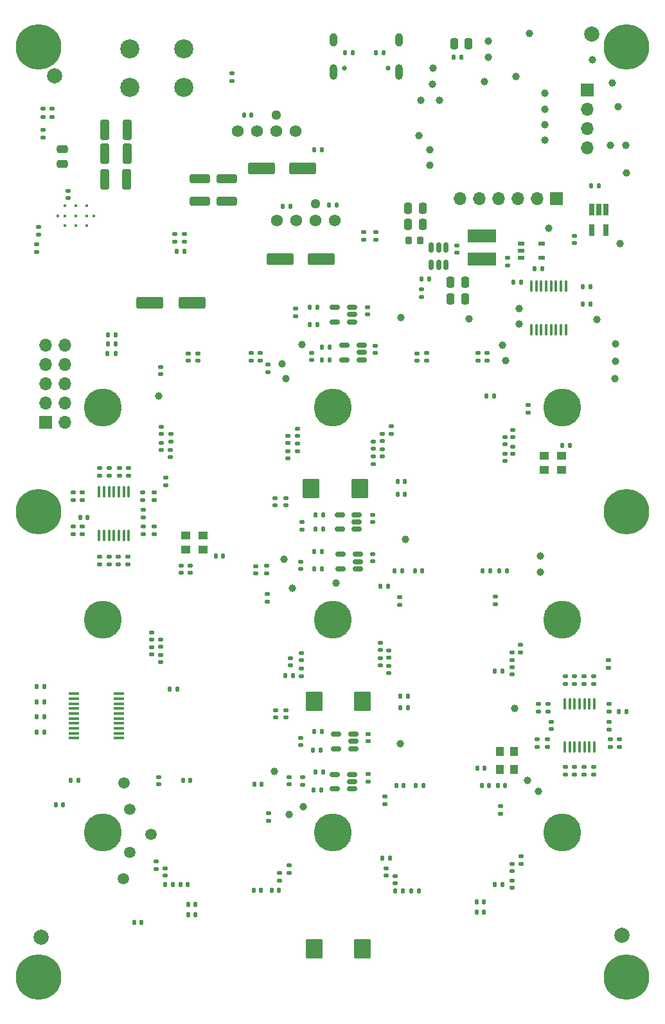
<source format=gbr>
%TF.GenerationSoftware,KiCad,Pcbnew,8.0.4*%
%TF.CreationDate,2024-08-30T10:45:38+02:00*%
%TF.ProjectId,bitaxeHex,62697461-7865-4486-9578-2e6b69636164,701*%
%TF.SameCoordinates,Original*%
%TF.FileFunction,Soldermask,Bot*%
%TF.FilePolarity,Negative*%
%FSLAX46Y46*%
G04 Gerber Fmt 4.6, Leading zero omitted, Abs format (unit mm)*
G04 Created by KiCad (PCBNEW 8.0.4) date 2024-08-30 10:45:38*
%MOMM*%
%LPD*%
G01*
G04 APERTURE LIST*
G04 Aperture macros list*
%AMRoundRect*
0 Rectangle with rounded corners*
0 $1 Rounding radius*
0 $2 $3 $4 $5 $6 $7 $8 $9 X,Y pos of 4 corners*
0 Add a 4 corners polygon primitive as box body*
4,1,4,$2,$3,$4,$5,$6,$7,$8,$9,$2,$3,0*
0 Add four circle primitives for the rounded corners*
1,1,$1+$1,$2,$3*
1,1,$1+$1,$4,$5*
1,1,$1+$1,$6,$7*
1,1,$1+$1,$8,$9*
0 Add four rect primitives between the rounded corners*
20,1,$1+$1,$2,$3,$4,$5,0*
20,1,$1+$1,$4,$5,$6,$7,0*
20,1,$1+$1,$6,$7,$8,$9,0*
20,1,$1+$1,$8,$9,$2,$3,0*%
G04 Aperture macros list end*
%ADD10C,0.990600*%
%ADD11C,0.800000*%
%ADD12C,6.000000*%
%ADD13C,2.520000*%
%ADD14C,1.295400*%
%ADD15C,1.574800*%
%ADD16C,5.000000*%
%ADD17R,1.700000X1.700000*%
%ADD18O,1.700000X1.700000*%
%ADD19C,0.400000*%
%ADD20C,0.650000*%
%ADD21O,1.000000X2.100000*%
%ADD22O,1.000000X1.800000*%
%ADD23RoundRect,0.140000X-0.170000X0.140000X-0.170000X-0.140000X0.170000X-0.140000X0.170000X0.140000X0*%
%ADD24C,1.000000*%
%ADD25RoundRect,0.140000X0.170000X-0.140000X0.170000X0.140000X-0.170000X0.140000X-0.170000X-0.140000X0*%
%ADD26RoundRect,0.140000X0.140000X0.170000X-0.140000X0.170000X-0.140000X-0.170000X0.140000X-0.170000X0*%
%ADD27RoundRect,0.135000X0.185000X-0.135000X0.185000X0.135000X-0.185000X0.135000X-0.185000X-0.135000X0*%
%ADD28RoundRect,0.250000X0.250000X0.475000X-0.250000X0.475000X-0.250000X-0.475000X0.250000X-0.475000X0*%
%ADD29RoundRect,0.250000X-0.875000X-1.025000X0.875000X-1.025000X0.875000X1.025000X-0.875000X1.025000X0*%
%ADD30RoundRect,0.150000X0.512500X0.150000X-0.512500X0.150000X-0.512500X-0.150000X0.512500X-0.150000X0*%
%ADD31RoundRect,0.135000X-0.135000X-0.185000X0.135000X-0.185000X0.135000X0.185000X-0.135000X0.185000X0*%
%ADD32RoundRect,0.250000X-0.475000X0.250000X-0.475000X-0.250000X0.475000X-0.250000X0.475000X0.250000X0*%
%ADD33R,0.650000X1.560000*%
%ADD34RoundRect,0.135000X-0.185000X0.135000X-0.185000X-0.135000X0.185000X-0.135000X0.185000X0.135000X0*%
%ADD35RoundRect,0.140000X-0.140000X-0.170000X0.140000X-0.170000X0.140000X0.170000X-0.140000X0.170000X0*%
%ADD36RoundRect,0.135000X0.135000X0.185000X-0.135000X0.185000X-0.135000X-0.185000X0.135000X-0.185000X0*%
%ADD37RoundRect,0.250000X1.100000X-0.325000X1.100000X0.325000X-1.100000X0.325000X-1.100000X-0.325000X0*%
%ADD38C,1.500000*%
%ADD39RoundRect,0.100000X0.100000X-0.637500X0.100000X0.637500X-0.100000X0.637500X-0.100000X-0.637500X0*%
%ADD40R,1.384300X0.355600*%
%ADD41RoundRect,0.250000X-0.325000X-1.100000X0.325000X-1.100000X0.325000X1.100000X-0.325000X1.100000X0*%
%ADD42C,2.000000*%
%ADD43R,0.952500X0.558800*%
%ADD44RoundRect,0.250000X1.500000X0.550000X-1.500000X0.550000X-1.500000X-0.550000X1.500000X-0.550000X0*%
%ADD45RoundRect,0.150000X0.150000X-0.512500X0.150000X0.512500X-0.150000X0.512500X-0.150000X-0.512500X0*%
%ADD46R,1.300000X1.100000*%
%ADD47RoundRect,0.250000X-0.250000X-0.475000X0.250000X-0.475000X0.250000X0.475000X-0.250000X0.475000X0*%
%ADD48R,1.100000X1.300000*%
%ADD49R,3.700000X1.680000*%
%ADD50RoundRect,0.225000X-0.225000X-0.250000X0.225000X-0.250000X0.225000X0.250000X-0.225000X0.250000X0*%
G04 APERTURE END LIST*
D10*
%TO.C,J4*%
X129900000Y-57360000D03*
X130916000Y-62440000D03*
X128884000Y-62440000D03*
%TD*%
D11*
%TO.C,H1*%
X51250000Y-49500000D03*
X51909010Y-47909010D03*
X51909010Y-51090990D03*
X53500000Y-47250000D03*
D12*
X53500000Y-49500000D03*
D11*
X53500000Y-51750000D03*
X55090990Y-47909010D03*
X55090990Y-51090990D03*
X55750000Y-49500000D03*
%TD*%
D13*
%TO.C,J1*%
X65500000Y-54864000D03*
X65500000Y-49784000D03*
%TD*%
D14*
%TO.C,J8*%
X84780000Y-58489999D03*
D15*
X79700000Y-60650000D03*
X82240000Y-60650000D03*
X84780000Y-60650000D03*
X87320000Y-60650000D03*
%TD*%
D16*
%TO.C,H13*%
X92250000Y-97000000D03*
%TD*%
D11*
%TO.C,H4*%
X128750000Y-172000000D03*
X129409010Y-170409010D03*
X129409010Y-173590990D03*
X131000000Y-169750000D03*
D12*
X131000000Y-172000000D03*
D11*
X131000000Y-174250000D03*
X132590990Y-170409010D03*
X132590990Y-173590990D03*
X133250000Y-172000000D03*
%TD*%
D16*
%TO.C,H15*%
X92250000Y-153000000D03*
%TD*%
D17*
%TO.C,J6*%
X121760000Y-69500000D03*
D18*
X119220000Y-69500000D03*
X116680000Y-69500000D03*
X114140000Y-69500000D03*
X111600000Y-69500000D03*
X109060000Y-69500000D03*
%TD*%
D14*
%TO.C,J9*%
X89990000Y-70214999D03*
D15*
X84910000Y-72375000D03*
X87450000Y-72375000D03*
X89990000Y-72375000D03*
X92530000Y-72375000D03*
%TD*%
D16*
%TO.C,H14*%
X92250000Y-125000000D03*
%TD*%
%TO.C,H10*%
X122500000Y-125000000D03*
%TD*%
%TO.C,H9*%
X62000000Y-125000000D03*
%TD*%
D19*
%TO.C,U3*%
X57000000Y-73030000D03*
X58400000Y-73030000D03*
X59800000Y-73030000D03*
X56000000Y-71750000D03*
X57000000Y-71750000D03*
X58400000Y-71750000D03*
X59800000Y-71750000D03*
X60800000Y-71750000D03*
X57000000Y-70470000D03*
X58400000Y-70470000D03*
X59800000Y-70470000D03*
%TD*%
D16*
%TO.C,H12*%
X122500000Y-153000000D03*
%TD*%
%TO.C,H8*%
X122500000Y-97000000D03*
%TD*%
%TO.C,H7*%
X62000000Y-97000000D03*
%TD*%
D17*
%TO.C,J5*%
X125800000Y-55200000D03*
D18*
X125800000Y-57740000D03*
X125800000Y-60280000D03*
X125800000Y-62820000D03*
%TD*%
D11*
%TO.C,H5*%
X51250000Y-110750000D03*
X51909010Y-109159010D03*
X51909010Y-112340990D03*
X53500000Y-108500000D03*
D12*
X53500000Y-110750000D03*
D11*
X53500000Y-113000000D03*
X55090990Y-109159010D03*
X55090990Y-112340990D03*
X55750000Y-110750000D03*
%TD*%
D20*
%TO.C,J7*%
X99560000Y-52300000D03*
X93780000Y-52300000D03*
D21*
X100990000Y-52800000D03*
D22*
X100990000Y-48620000D03*
D21*
X92350000Y-52800000D03*
D22*
X92350000Y-48620000D03*
%TD*%
D11*
%TO.C,H2*%
X128750000Y-49500000D03*
X129409010Y-47909010D03*
X129409010Y-51090990D03*
X131000000Y-47250000D03*
D12*
X131000000Y-49500000D03*
D11*
X131000000Y-51750000D03*
X132590990Y-47909010D03*
X132590990Y-51090990D03*
X133250000Y-49500000D03*
%TD*%
%TO.C,H3*%
X51250000Y-172000000D03*
X51909010Y-170409010D03*
X51909010Y-173590990D03*
X53500000Y-169750000D03*
D12*
X53500000Y-172000000D03*
D11*
X53500000Y-174250000D03*
X55090990Y-170409010D03*
X55090990Y-173590990D03*
X55750000Y-172000000D03*
%TD*%
D16*
%TO.C,H11*%
X62000000Y-153000000D03*
%TD*%
D11*
%TO.C,H6*%
X128750000Y-110750000D03*
X129409010Y-109159010D03*
X129409010Y-112340990D03*
X131000000Y-108500000D03*
D12*
X131000000Y-110750000D03*
D11*
X131000000Y-113000000D03*
X132590990Y-109159010D03*
X132590990Y-112340990D03*
X133250000Y-110750000D03*
%TD*%
D13*
%TO.C,J2*%
X72644000Y-54864000D03*
X72644000Y-49784000D03*
%TD*%
D23*
%TO.C,C12*%
X108600000Y-75670000D03*
X108600000Y-76630000D03*
%TD*%
D24*
%TO.C,TP40*%
X69325000Y-95475000D03*
%TD*%
D25*
%TO.C,C57*%
X98825000Y-103450000D03*
X98825000Y-102490000D03*
%TD*%
%TO.C,C50*%
X97837500Y-89855000D03*
X97837500Y-88895000D03*
%TD*%
D24*
%TO.C,TP12*%
X105450000Y-52350000D03*
%TD*%
D23*
%TO.C,C155*%
X101050000Y-122020000D03*
X101050000Y-122980000D03*
%TD*%
D25*
%TO.C,C113*%
X72300000Y-118780000D03*
X72300000Y-117820000D03*
%TD*%
D26*
%TO.C,C44*%
X81505000Y-58475000D03*
X80545000Y-58475000D03*
%TD*%
D25*
%TO.C,C107*%
X69590000Y-130550000D03*
X69590000Y-129590000D03*
%TD*%
D24*
%TO.C,TP51*%
X119400000Y-147600000D03*
%TD*%
D27*
%TO.C,R20*%
X97950000Y-74935000D03*
X97950000Y-73915000D03*
%TD*%
D28*
%TO.C,C18*%
X109700000Y-80500000D03*
X107800000Y-80500000D03*
%TD*%
D27*
%TO.C,R47*%
X58025000Y-109210000D03*
X58025000Y-108190000D03*
%TD*%
D29*
%TO.C,C140*%
X89800000Y-168300000D03*
X96200000Y-168300000D03*
%TD*%
D26*
%TO.C,C132*%
X112180000Y-162100000D03*
X111220000Y-162100000D03*
%TD*%
D25*
%TO.C,C129*%
X100500000Y-159660000D03*
X100500000Y-158700000D03*
%TD*%
D30*
%TO.C,U23*%
X94837500Y-145350000D03*
X94837500Y-146300000D03*
X94837500Y-147250000D03*
X92562500Y-147250000D03*
X92562500Y-145350000D03*
%TD*%
D27*
%TO.C,R37*%
X67275000Y-113710000D03*
X67275000Y-112690000D03*
%TD*%
D24*
%TO.C,TP54*%
X84600000Y-144900000D03*
%TD*%
D25*
%TO.C,C39*%
X78950000Y-53980000D03*
X78950000Y-53020000D03*
%TD*%
D24*
%TO.C,TP22*%
X127100000Y-85400000D03*
%TD*%
D31*
%TO.C,R39*%
X89790000Y-118300000D03*
X90810000Y-118300000D03*
%TD*%
D28*
%TO.C,C3*%
X104100000Y-70800000D03*
X102200000Y-70800000D03*
%TD*%
D25*
%TO.C,C94*%
X86700000Y-130980000D03*
X86700000Y-130020000D03*
%TD*%
D32*
%TO.C,C15*%
X56600000Y-63000000D03*
X56600000Y-64900000D03*
%TD*%
D25*
%TO.C,C72*%
X70850000Y-103550000D03*
X70850000Y-102590000D03*
%TD*%
D31*
%TO.C,R12*%
X103940000Y-80100000D03*
X104960000Y-80100000D03*
%TD*%
D24*
%TO.C,TP30*%
X120200000Y-55650000D03*
%TD*%
D31*
%TO.C,R64*%
X89640000Y-142180000D03*
X90660000Y-142180000D03*
%TD*%
D25*
%TO.C,C131*%
X99300000Y-158660000D03*
X99300000Y-157700000D03*
%TD*%
D31*
%TO.C,R73*%
X129915000Y-137100000D03*
X130935000Y-137100000D03*
%TD*%
D24*
%TO.C,TP48*%
X86925000Y-120825000D03*
%TD*%
D27*
%TO.C,R69*%
X119350000Y-137085000D03*
X119350000Y-136065000D03*
%TD*%
D24*
%TO.C,TP34*%
X114650000Y-88825000D03*
%TD*%
D33*
%TO.C,U4*%
X126350000Y-70950000D03*
X127300000Y-70950000D03*
X128250000Y-70950000D03*
X128250000Y-73650000D03*
X126350000Y-73650000D03*
%TD*%
D23*
%TO.C,C147*%
X128680000Y-138440000D03*
X128680000Y-139400000D03*
%TD*%
D25*
%TO.C,C70*%
X81475000Y-90805000D03*
X81475000Y-89845000D03*
%TD*%
D34*
%TO.C,R49*%
X61525000Y-104977500D03*
X61525000Y-105997500D03*
%TD*%
D27*
%TO.C,R4*%
X54075000Y-61435000D03*
X54075000Y-60415000D03*
%TD*%
D23*
%TO.C,C87*%
X88200000Y-112120000D03*
X88200000Y-113080000D03*
%TD*%
D26*
%TO.C,C92*%
X101380000Y-118500000D03*
X100420000Y-118500000D03*
%TD*%
D35*
%TO.C,C35*%
X125220000Y-83400000D03*
X126180000Y-83400000D03*
%TD*%
D24*
%TO.C,TP33*%
X115050000Y-90825000D03*
%TD*%
D23*
%TO.C,C52*%
X114925000Y-103125000D03*
X114925000Y-104085000D03*
%TD*%
D31*
%TO.C,R38*%
X90000000Y-113050000D03*
X91020000Y-113050000D03*
%TD*%
D24*
%TO.C,TP26*%
X129100000Y-54300000D03*
%TD*%
D36*
%TO.C,R68*%
X99810000Y-156400000D03*
X98790000Y-156400000D03*
%TD*%
D25*
%TO.C,C59*%
X97575000Y-102450000D03*
X97575000Y-101490000D03*
%TD*%
D37*
%TO.C,C28*%
X78300000Y-69850000D03*
X78300000Y-66900000D03*
%TD*%
D24*
%TO.C,TP17*%
X116400000Y-53400000D03*
%TD*%
D25*
%TO.C,C114*%
X68390000Y-127570000D03*
X68390000Y-126610000D03*
%TD*%
D38*
%TO.C,TP62*%
X65500000Y-149900000D03*
%TD*%
D24*
%TO.C,TP11*%
X116800000Y-86000000D03*
%TD*%
D39*
%TO.C,U5*%
X122975000Y-86762500D03*
X122325000Y-86762500D03*
X121675000Y-86762500D03*
X121025000Y-86762500D03*
X120375000Y-86762500D03*
X119725000Y-86762500D03*
X119075000Y-86762500D03*
X118425000Y-86762500D03*
X118425000Y-81037500D03*
X119075000Y-81037500D03*
X119725000Y-81037500D03*
X120375000Y-81037500D03*
X121025000Y-81037500D03*
X121675000Y-81037500D03*
X122325000Y-81037500D03*
X122975000Y-81037500D03*
%TD*%
D26*
%TO.C,C144*%
X71160000Y-159800000D03*
X70200000Y-159800000D03*
%TD*%
D23*
%TO.C,C111*%
X67275000Y-110495000D03*
X67275000Y-111455000D03*
%TD*%
D25*
%TO.C,C91*%
X88100000Y-132380000D03*
X88100000Y-131420000D03*
%TD*%
D30*
%TO.C,U11*%
X94775000Y-83825000D03*
X94775000Y-84775000D03*
X94775000Y-85725000D03*
X92500000Y-85725000D03*
X92500000Y-83825000D03*
%TD*%
D25*
%TO.C,C150*%
X68980000Y-157780000D03*
X68980000Y-156820000D03*
%TD*%
D34*
%TO.C,R15*%
X71425000Y-74190000D03*
X71425000Y-75210000D03*
%TD*%
D25*
%TO.C,C84*%
X97500000Y-117280000D03*
X97500000Y-116320000D03*
%TD*%
%TO.C,C67*%
X82725000Y-90805000D03*
X82725000Y-89845000D03*
%TD*%
D34*
%TO.C,R71*%
X122880000Y-132400000D03*
X122880000Y-133420000D03*
%TD*%
%TO.C,R19*%
X96325000Y-73940000D03*
X96325000Y-74960000D03*
%TD*%
D25*
%TO.C,C76*%
X73200000Y-90830000D03*
X73200000Y-89870000D03*
%TD*%
D27*
%TO.C,R16*%
X72700000Y-75210000D03*
X72700000Y-74190000D03*
%TD*%
D24*
%TO.C,TP29*%
X120200000Y-57700000D03*
%TD*%
D25*
%TO.C,C108*%
X68390000Y-129550000D03*
X68390000Y-128590000D03*
%TD*%
D24*
%TO.C,TP10*%
X105050000Y-63050000D03*
%TD*%
D26*
%TO.C,C152*%
X67050000Y-164840000D03*
X66090000Y-164840000D03*
%TD*%
D25*
%TO.C,C156*%
X99150000Y-149230000D03*
X99150000Y-148270000D03*
%TD*%
D23*
%TO.C,C88*%
X88000000Y-117320000D03*
X88000000Y-118280000D03*
%TD*%
D27*
%TO.C,R11*%
X103950000Y-82460000D03*
X103950000Y-81440000D03*
%TD*%
D23*
%TO.C,C126*%
X88000000Y-140520000D03*
X88000000Y-141480000D03*
%TD*%
%TO.C,C66*%
X86350000Y-100735000D03*
X86350000Y-101695000D03*
%TD*%
D35*
%TO.C,C112*%
X58995000Y-111500000D03*
X59955000Y-111500000D03*
%TD*%
D36*
%TO.C,R26*%
X92785000Y-70350000D03*
X91765000Y-70350000D03*
%TD*%
D40*
%TO.C,U20*%
X64060000Y-134710001D03*
X64060000Y-135360002D03*
X64060000Y-136010000D03*
X64060000Y-136660002D03*
X64060000Y-137310000D03*
X64060000Y-137959999D03*
X64060000Y-138610000D03*
X64060000Y-139259999D03*
X64060000Y-139910000D03*
X64060000Y-140559999D03*
X58179900Y-140560001D03*
X58179900Y-139910003D03*
X58179900Y-139260002D03*
X58179900Y-138610003D03*
X58179900Y-137960002D03*
X58179900Y-137310003D03*
X58179900Y-136660002D03*
X58179900Y-136010003D03*
X58179900Y-135360002D03*
X58179900Y-134710003D03*
%TD*%
D38*
%TO.C,TP60*%
X65500000Y-155600000D03*
%TD*%
D26*
%TO.C,C19*%
X119852050Y-78760200D03*
X118892050Y-78760200D03*
%TD*%
D23*
%TO.C,C69*%
X87600000Y-101775000D03*
X87600000Y-102735000D03*
%TD*%
D34*
%TO.C,R54*%
X67250000Y-108190000D03*
X67250000Y-109210000D03*
%TD*%
D41*
%TO.C,C8*%
X62200000Y-60400000D03*
X65150000Y-60400000D03*
%TD*%
D36*
%TO.C,R66*%
X90800000Y-139660000D03*
X89780000Y-139660000D03*
%TD*%
D23*
%TO.C,C97*%
X84700000Y-136870000D03*
X84700000Y-137830000D03*
%TD*%
D42*
%TO.C,FID2*%
X53800000Y-166825000D03*
%TD*%
D36*
%TO.C,R87*%
X54220000Y-139740000D03*
X53200000Y-139740000D03*
%TD*%
D23*
%TO.C,C149*%
X69350000Y-145695000D03*
X69350000Y-146655000D03*
%TD*%
D26*
%TO.C,C124*%
X103580000Y-160700000D03*
X102620000Y-160700000D03*
%TD*%
%TO.C,C26*%
X72680000Y-76450000D03*
X71720000Y-76450000D03*
%TD*%
%TO.C,C118*%
X112880000Y-146800000D03*
X111920000Y-146800000D03*
%TD*%
%TO.C,C138*%
X85180000Y-160620000D03*
X84220000Y-160620000D03*
%TD*%
D25*
%TO.C,C60*%
X86125000Y-109880000D03*
X86125000Y-108920000D03*
%TD*%
D23*
%TO.C,C100*%
X99650000Y-129015000D03*
X99650000Y-129975000D03*
%TD*%
D36*
%TO.C,R86*%
X54220000Y-137750000D03*
X53200000Y-137750000D03*
%TD*%
D24*
%TO.C,TP2*%
X120722050Y-73360200D03*
%TD*%
D39*
%TO.C,U21*%
X126730000Y-141762500D03*
X126080000Y-141762500D03*
X125430000Y-141762500D03*
X124780000Y-141762500D03*
X124130000Y-141762500D03*
X123480000Y-141762500D03*
X122830000Y-141762500D03*
X122830000Y-136037500D03*
X123480000Y-136037500D03*
X124130000Y-136037500D03*
X124780000Y-136037500D03*
X125430000Y-136037500D03*
X126080000Y-136037500D03*
X126730000Y-136037500D03*
%TD*%
%TO.C,U15*%
X65375000Y-113850000D03*
X64725000Y-113850000D03*
X64075000Y-113850000D03*
X63425000Y-113850000D03*
X62775000Y-113850000D03*
X62125000Y-113850000D03*
X61475000Y-113850000D03*
X61475000Y-108125000D03*
X62125000Y-108125000D03*
X62775000Y-108125000D03*
X63425000Y-108125000D03*
X64075000Y-108125000D03*
X64725000Y-108125000D03*
X65375000Y-108125000D03*
%TD*%
D24*
%TO.C,TP7*%
X129500000Y-88600000D03*
%TD*%
D43*
%TO.C,U2*%
X117044100Y-77300000D03*
X117044100Y-76360200D03*
X117044100Y-75420400D03*
X119800000Y-75420400D03*
X119800000Y-77300000D03*
%TD*%
D26*
%TO.C,C142*%
X112280000Y-144500000D03*
X111320000Y-144500000D03*
%TD*%
D24*
%TO.C,TP39*%
X85580000Y-91250000D03*
%TD*%
D23*
%TO.C,C63*%
X84625000Y-108920000D03*
X84625000Y-109880000D03*
%TD*%
D35*
%TO.C,C130*%
X73220000Y-162500000D03*
X74180000Y-162500000D03*
%TD*%
D36*
%TO.C,R3*%
X63610000Y-89900000D03*
X62590000Y-89900000D03*
%TD*%
D23*
%TO.C,C125*%
X88300000Y-145720000D03*
X88300000Y-146680000D03*
%TD*%
D31*
%TO.C,R30*%
X89227500Y-86075000D03*
X90247500Y-86075000D03*
%TD*%
D23*
%TO.C,C133*%
X86500000Y-157320000D03*
X86500000Y-158280000D03*
%TD*%
D26*
%TO.C,C143*%
X73160000Y-159800000D03*
X72200000Y-159800000D03*
%TD*%
D23*
%TO.C,C116*%
X115900000Y-157140000D03*
X115900000Y-158100000D03*
%TD*%
D35*
%TO.C,C81*%
X114220000Y-118500000D03*
X115180000Y-118500000D03*
%TD*%
D26*
%TO.C,C83*%
X112980000Y-118500000D03*
X112020000Y-118500000D03*
%TD*%
D31*
%TO.C,R23*%
X93850000Y-50300000D03*
X94870000Y-50300000D03*
%TD*%
D24*
%TO.C,TP52*%
X117900000Y-146100000D03*
%TD*%
D35*
%TO.C,C137*%
X111220000Y-163500000D03*
X112180000Y-163500000D03*
%TD*%
D34*
%TO.C,R81*%
X113670000Y-121940000D03*
X113670000Y-122960000D03*
%TD*%
D17*
%TO.C,J3*%
X54450000Y-98970000D03*
D18*
X56990000Y-98970000D03*
X54450000Y-96430000D03*
X56990000Y-96430000D03*
X54450000Y-93890000D03*
X56990000Y-93890000D03*
X54450000Y-91350000D03*
X56990000Y-91350000D03*
X54450000Y-88810000D03*
X56990000Y-88810000D03*
%TD*%
D44*
%TO.C,C41*%
X90725000Y-77475000D03*
X85325000Y-77475000D03*
%TD*%
D24*
%TO.C,TP49*%
X92680000Y-120150000D03*
%TD*%
D27*
%TO.C,R28*%
X118050000Y-97660000D03*
X118050000Y-96640000D03*
%TD*%
D42*
%TO.C,FID8*%
X126375000Y-47850000D03*
%TD*%
D34*
%TO.C,R75*%
X126630000Y-132400000D03*
X126630000Y-133420000D03*
%TD*%
D29*
%TO.C,C68*%
X89400000Y-107700000D03*
X95800000Y-107700000D03*
%TD*%
D24*
%TO.C,TP3*%
X110200000Y-85350000D03*
%TD*%
D23*
%TO.C,C17*%
X57375000Y-68470000D03*
X57375000Y-69430000D03*
%TD*%
D45*
%TO.C,U1*%
X107150000Y-78237500D03*
X106200000Y-78237500D03*
X105250000Y-78237500D03*
X105250000Y-75962500D03*
X106200000Y-75962500D03*
X107150000Y-75962500D03*
%TD*%
D25*
%TO.C,C96*%
X88125000Y-130330000D03*
X88125000Y-129370000D03*
%TD*%
D23*
%TO.C,C45*%
X116000000Y-99950000D03*
X116000000Y-100910000D03*
%TD*%
D27*
%TO.C,R59*%
X128850000Y-141760000D03*
X128850000Y-140740000D03*
%TD*%
D25*
%TO.C,C109*%
X69590000Y-128550000D03*
X69590000Y-127590000D03*
%TD*%
D38*
%TO.C,TP63*%
X64725000Y-146500000D03*
%TD*%
D26*
%TO.C,C99*%
X102155000Y-136525000D03*
X101195000Y-136525000D03*
%TD*%
D41*
%TO.C,C4*%
X62175000Y-66925000D03*
X65125000Y-66925000D03*
%TD*%
D34*
%TO.C,R48*%
X62825000Y-104990000D03*
X62825000Y-106010000D03*
%TD*%
D25*
%TO.C,C145*%
X70180000Y-158680000D03*
X70180000Y-157720000D03*
%TD*%
D23*
%TO.C,C64*%
X87600000Y-99775000D03*
X87600000Y-100735000D03*
%TD*%
D27*
%TO.C,R7*%
X54075000Y-58710000D03*
X54075000Y-57690000D03*
%TD*%
D35*
%TO.C,C106*%
X76820000Y-116550000D03*
X77780000Y-116550000D03*
%TD*%
D42*
%TO.C,FID6*%
X55626000Y-53340000D03*
%TD*%
D24*
%TO.C,TP38*%
X86070000Y-93210000D03*
%TD*%
D27*
%TO.C,R62*%
X122880000Y-145400000D03*
X122880000Y-144380000D03*
%TD*%
D46*
%TO.C,U14*%
X122450000Y-105250000D03*
X120150000Y-105250000D03*
X120150000Y-103350000D03*
X122450000Y-103350000D03*
%TD*%
D34*
%TO.C,R34*%
X68750000Y-112690000D03*
X68750000Y-113710000D03*
%TD*%
D24*
%TO.C,TP14*%
X106300000Y-56550000D03*
%TD*%
D25*
%TO.C,C51*%
X96837500Y-84755000D03*
X96837500Y-83795000D03*
%TD*%
D27*
%TO.C,R61*%
X124130000Y-145400000D03*
X124130000Y-144380000D03*
%TD*%
D28*
%TO.C,C20*%
X109700000Y-82700000D03*
X107800000Y-82700000D03*
%TD*%
D26*
%TO.C,C157*%
X58710000Y-146160000D03*
X57750000Y-146160000D03*
%TD*%
D27*
%TO.C,R51*%
X68750000Y-109210000D03*
X68750000Y-108190000D03*
%TD*%
D24*
%TO.C,TP16*%
X112250000Y-54100000D03*
%TD*%
D25*
%TO.C,C55*%
X104600000Y-90805000D03*
X104600000Y-89845000D03*
%TD*%
D34*
%TO.C,R79*%
X83700000Y-91370000D03*
X83700000Y-92390000D03*
%TD*%
D36*
%TO.C,R22*%
X98970000Y-50300000D03*
X97950000Y-50300000D03*
%TD*%
%TO.C,R32*%
X90247500Y-83775000D03*
X89227500Y-83775000D03*
%TD*%
D30*
%TO.C,U16*%
X95437500Y-111150000D03*
X95437500Y-112100000D03*
X95437500Y-113050000D03*
X93162500Y-113050000D03*
X93162500Y-111150000D03*
%TD*%
D25*
%TO.C,C122*%
X96900000Y-140980000D03*
X96900000Y-140020000D03*
%TD*%
D35*
%TO.C,C117*%
X114020000Y-146800000D03*
X114980000Y-146800000D03*
%TD*%
D36*
%TO.C,R78*%
X113500000Y-95470000D03*
X112480000Y-95470000D03*
%TD*%
D31*
%TO.C,R31*%
X90827500Y-89075000D03*
X91847500Y-89075000D03*
%TD*%
D47*
%TO.C,C31*%
X108250000Y-49100000D03*
X110150000Y-49100000D03*
%TD*%
D24*
%TO.C,TP36*%
X101237500Y-85175000D03*
%TD*%
D34*
%TO.C,R55*%
X70250000Y-106265000D03*
X70250000Y-107285000D03*
%TD*%
D24*
%TO.C,TP43*%
X119600000Y-118700000D03*
%TD*%
D25*
%TO.C,C48*%
X111425000Y-90805000D03*
X111425000Y-89845000D03*
%TD*%
D24*
%TO.C,TP31*%
X131000000Y-66100000D03*
%TD*%
D25*
%TO.C,C78*%
X69700000Y-100505000D03*
X69700000Y-99545000D03*
%TD*%
D30*
%TO.C,U24*%
X94937500Y-140050000D03*
X94937500Y-141000000D03*
X94937500Y-141950000D03*
X92662500Y-141950000D03*
X92662500Y-140050000D03*
%TD*%
D31*
%TO.C,R21*%
X116090000Y-80500000D03*
X117110000Y-80500000D03*
%TD*%
D24*
%TO.C,TP23*%
X116800000Y-83950000D03*
%TD*%
D25*
%TO.C,C102*%
X83550000Y-118830000D03*
X83550000Y-117870000D03*
%TD*%
D35*
%TO.C,C90*%
X86020000Y-132300000D03*
X86980000Y-132300000D03*
%TD*%
D25*
%TO.C,C110*%
X73500000Y-118780000D03*
X73500000Y-117820000D03*
%TD*%
D46*
%TO.C,U19*%
X75150000Y-115750000D03*
X72850000Y-115750000D03*
X72850000Y-113850000D03*
X75150000Y-113850000D03*
%TD*%
D42*
%TO.C,FID4*%
X130350000Y-166550000D03*
%TD*%
D34*
%TO.C,R52*%
X64125000Y-104977500D03*
X64125000Y-105997500D03*
%TD*%
%TO.C,R72*%
X120625000Y-136065000D03*
X120625000Y-137085000D03*
%TD*%
D27*
%TO.C,R58*%
X126630000Y-145400000D03*
X126630000Y-144380000D03*
%TD*%
D34*
%TO.C,R56*%
X130050000Y-140740000D03*
X130050000Y-141760000D03*
%TD*%
D25*
%TO.C,C61*%
X98825000Y-101450000D03*
X98825000Y-100490000D03*
%TD*%
D35*
%TO.C,C146*%
X72520000Y-146150000D03*
X73480000Y-146150000D03*
%TD*%
D24*
%TO.C,TP20*%
X112800000Y-48800000D03*
%TD*%
D36*
%TO.C,R85*%
X54220000Y-135760000D03*
X53200000Y-135760000D03*
%TD*%
D25*
%TO.C,C77*%
X70900000Y-101475000D03*
X70900000Y-100515000D03*
%TD*%
D24*
%TO.C,TP19*%
X103650000Y-61200000D03*
%TD*%
D26*
%TO.C,C127*%
X101480000Y-160700000D03*
X100520000Y-160700000D03*
%TD*%
D24*
%TO.C,TP18*%
X105050000Y-65100000D03*
%TD*%
%TO.C,TP55*%
X101200000Y-141300000D03*
%TD*%
D25*
%TO.C,C47*%
X112625000Y-90805000D03*
X112625000Y-89845000D03*
%TD*%
D23*
%TO.C,C54*%
X87337500Y-83995000D03*
X87337500Y-84955000D03*
%TD*%
D24*
%TO.C,TP45*%
X101800000Y-114400000D03*
%TD*%
%TO.C,TP46*%
X85850000Y-117000000D03*
%TD*%
%TO.C,TP24*%
X118200000Y-47700000D03*
%TD*%
D23*
%TO.C,C79*%
X117000000Y-128300000D03*
X117000000Y-129260000D03*
%TD*%
D34*
%TO.C,R83*%
X114380000Y-149540000D03*
X114380000Y-150560000D03*
%TD*%
D23*
%TO.C,C135*%
X85200000Y-158340000D03*
X85200000Y-159300000D03*
%TD*%
D24*
%TO.C,TP35*%
X88187500Y-88715000D03*
%TD*%
D27*
%TO.C,R43*%
X62775000Y-117700000D03*
X62775000Y-116680000D03*
%TD*%
D26*
%TO.C,C43*%
X86655000Y-70550000D03*
X85695000Y-70550000D03*
%TD*%
D34*
%TO.C,R82*%
X83780000Y-150410000D03*
X83780000Y-151430000D03*
%TD*%
D23*
%TO.C,C85*%
X115900000Y-131220000D03*
X115900000Y-132180000D03*
%TD*%
D25*
%TO.C,C121*%
X96900000Y-146280000D03*
X96900000Y-145320000D03*
%TD*%
%TO.C,C58*%
X103375000Y-90830000D03*
X103375000Y-89870000D03*
%TD*%
D26*
%TO.C,C141*%
X82780000Y-160600000D03*
X81820000Y-160600000D03*
%TD*%
D24*
%TO.C,TP15*%
X103900000Y-56550000D03*
%TD*%
D23*
%TO.C,C105*%
X99650000Y-131015000D03*
X99650000Y-131975000D03*
%TD*%
D27*
%TO.C,R36*%
X65275000Y-117700000D03*
X65275000Y-116680000D03*
%TD*%
D35*
%TO.C,C62*%
X100820000Y-106750000D03*
X101780000Y-106750000D03*
%TD*%
D34*
%TO.C,R80*%
X83600000Y-121530000D03*
X83600000Y-122550000D03*
%TD*%
%TO.C,R76*%
X128675000Y-136065000D03*
X128675000Y-137085000D03*
%TD*%
D23*
%TO.C,C148*%
X121030000Y-138420000D03*
X121030000Y-139380000D03*
%TD*%
D27*
%TO.C,R10*%
X53475000Y-74260000D03*
X53475000Y-73240000D03*
%TD*%
D30*
%TO.C,U10*%
X96075000Y-88825000D03*
X96075000Y-89775000D03*
X96075000Y-90725000D03*
X93800000Y-90725000D03*
X93800000Y-88825000D03*
%TD*%
D24*
%TO.C,TP28*%
X120200000Y-59750000D03*
%TD*%
D48*
%TO.C,U26*%
X114250000Y-144650000D03*
X114250000Y-142350000D03*
X116150000Y-142350000D03*
X116150000Y-144650000D03*
%TD*%
D27*
%TO.C,R33*%
X100000000Y-100510000D03*
X100000000Y-99490000D03*
%TD*%
D25*
%TO.C,C25*%
X124100000Y-75380000D03*
X124100000Y-74420000D03*
%TD*%
D26*
%TO.C,C134*%
X74180000Y-163800000D03*
X73220000Y-163800000D03*
%TD*%
D36*
%TO.C,R2*%
X63635000Y-87425000D03*
X62615000Y-87425000D03*
%TD*%
D31*
%TO.C,R41*%
X89790000Y-116000000D03*
X90810000Y-116000000D03*
%TD*%
D25*
%TO.C,C56*%
X97575000Y-104450000D03*
X97575000Y-103490000D03*
%TD*%
D23*
%TO.C,C103*%
X98550000Y-130015000D03*
X98550000Y-130975000D03*
%TD*%
%TO.C,C46*%
X114925000Y-100925000D03*
X114925000Y-101885000D03*
%TD*%
%TO.C,C115*%
X117100000Y-156140000D03*
X117100000Y-157100000D03*
%TD*%
D24*
%TO.C,TP56*%
X86475000Y-150625000D03*
%TD*%
D25*
%TO.C,C104*%
X82100000Y-118855000D03*
X82100000Y-117895000D03*
%TD*%
D24*
%TO.C,TP42*%
X116200000Y-136625000D03*
%TD*%
D25*
%TO.C,C75*%
X69700000Y-102600000D03*
X69700000Y-101640000D03*
%TD*%
D23*
%TO.C,C53*%
X89437500Y-89795000D03*
X89437500Y-90755000D03*
%TD*%
D34*
%TO.C,R74*%
X125380000Y-132400000D03*
X125380000Y-133420000D03*
%TD*%
D24*
%TO.C,TP25*%
X126450000Y-51225000D03*
%TD*%
D30*
%TO.C,U17*%
X95537500Y-116350000D03*
X95537500Y-117300000D03*
X95537500Y-118250000D03*
X93262500Y-118250000D03*
X93262500Y-116350000D03*
%TD*%
D34*
%TO.C,R77*%
X128600000Y-130290000D03*
X128600000Y-131310000D03*
%TD*%
D41*
%TO.C,C7*%
X62225000Y-63600000D03*
X65175000Y-63600000D03*
%TD*%
D38*
%TO.C,TP59*%
X64700000Y-159100000D03*
%TD*%
D34*
%TO.C,R50*%
X59250000Y-108190000D03*
X59250000Y-109210000D03*
%TD*%
D31*
%TO.C,R63*%
X89690000Y-147400000D03*
X90710000Y-147400000D03*
%TD*%
D27*
%TO.C,R5*%
X53225000Y-76535000D03*
X53225000Y-75515000D03*
%TD*%
D25*
%TO.C,C74*%
X74450000Y-90830000D03*
X74450000Y-89870000D03*
%TD*%
D35*
%TO.C,C89*%
X103120000Y-118500000D03*
X104080000Y-118500000D03*
%TD*%
%TO.C,C33*%
X108220000Y-50900000D03*
X109180000Y-50900000D03*
%TD*%
D25*
%TO.C,C93*%
X86100000Y-137825000D03*
X86100000Y-136865000D03*
%TD*%
D34*
%TO.C,R42*%
X58050000Y-112690000D03*
X58050000Y-113710000D03*
%TD*%
D23*
%TO.C,C98*%
X98550000Y-128015000D03*
X98550000Y-128975000D03*
%TD*%
D44*
%TO.C,C42*%
X88300000Y-65500000D03*
X82900000Y-65500000D03*
%TD*%
D35*
%TO.C,C123*%
X103220000Y-146800000D03*
X104180000Y-146800000D03*
%TD*%
D49*
%TO.C,L1*%
X111950000Y-74415000D03*
X111950000Y-77485000D03*
%TD*%
D24*
%TO.C,TP13*%
X105400000Y-54400000D03*
%TD*%
D31*
%TO.C,R29*%
X90827500Y-90775000D03*
X91847500Y-90775000D03*
%TD*%
%TO.C,R65*%
X89990000Y-145000000D03*
X91010000Y-145000000D03*
%TD*%
D23*
%TO.C,C11*%
X115272050Y-77330200D03*
X115272050Y-78290200D03*
%TD*%
D50*
%TO.C,C6*%
X102225000Y-75000000D03*
X103775000Y-75000000D03*
%TD*%
D24*
%TO.C,TP44*%
X119600000Y-116600000D03*
%TD*%
D36*
%TO.C,R84*%
X54220000Y-133770000D03*
X53200000Y-133770000D03*
%TD*%
D34*
%TO.C,R60*%
X119200000Y-140715000D03*
X119200000Y-141735000D03*
%TD*%
%TO.C,R6*%
X55275000Y-57690000D03*
X55275000Y-58710000D03*
%TD*%
D24*
%TO.C,TP4*%
X130100000Y-75400000D03*
%TD*%
D26*
%TO.C,C139*%
X82880000Y-146600000D03*
X81920000Y-146600000D03*
%TD*%
D23*
%TO.C,C71*%
X86350000Y-102775000D03*
X86350000Y-103735000D03*
%TD*%
D27*
%TO.C,R67*%
X120550000Y-141735000D03*
X120550000Y-140715000D03*
%TD*%
D36*
%TO.C,R1*%
X63635000Y-88675000D03*
X62615000Y-88675000D03*
%TD*%
%TO.C,R46*%
X99560000Y-120525000D03*
X98540000Y-120525000D03*
%TD*%
D26*
%TO.C,C128*%
X101580000Y-146800000D03*
X100620000Y-146800000D03*
%TD*%
D38*
%TO.C,TP61*%
X68300000Y-153200000D03*
%TD*%
D24*
%TO.C,TP21*%
X112800000Y-50900000D03*
%TD*%
D27*
%TO.C,R57*%
X125380000Y-145400000D03*
X125380000Y-144380000D03*
%TD*%
D26*
%TO.C,C154*%
X71760000Y-134140000D03*
X70800000Y-134140000D03*
%TD*%
D37*
%TO.C,C29*%
X74750000Y-69825000D03*
X74750000Y-66875000D03*
%TD*%
D23*
%TO.C,C119*%
X115900000Y-159340000D03*
X115900000Y-160300000D03*
%TD*%
%TO.C,C80*%
X115900000Y-129300000D03*
X115900000Y-130260000D03*
%TD*%
D26*
%TO.C,C120*%
X114600000Y-159820000D03*
X113640000Y-159820000D03*
%TD*%
D24*
%TO.C,TP9*%
X129400000Y-93200000D03*
%TD*%
%TO.C,TP27*%
X120200000Y-61800000D03*
%TD*%
%TO.C,TP8*%
X129500000Y-90900000D03*
%TD*%
D26*
%TO.C,C34*%
X126180000Y-81100000D03*
X125220000Y-81100000D03*
%TD*%
D28*
%TO.C,C1*%
X104100000Y-72900000D03*
X102200000Y-72900000D03*
%TD*%
D27*
%TO.C,R45*%
X59275000Y-113720000D03*
X59275000Y-112700000D03*
%TD*%
D34*
%TO.C,R70*%
X124130000Y-132400000D03*
X124130000Y-133420000D03*
%TD*%
D24*
%TO.C,TP57*%
X88350000Y-149600000D03*
%TD*%
D36*
%TO.C,R40*%
X91000000Y-111120000D03*
X89980000Y-111120000D03*
%TD*%
D34*
%TO.C,R35*%
X64025000Y-116690000D03*
X64025000Y-117710000D03*
%TD*%
D29*
%TO.C,C101*%
X89800000Y-135700000D03*
X96200000Y-135700000D03*
%TD*%
D23*
%TO.C,C49*%
X116000000Y-102150000D03*
X116000000Y-103110000D03*
%TD*%
D26*
%TO.C,C65*%
X101780000Y-108450000D03*
X100820000Y-108450000D03*
%TD*%
D34*
%TO.C,R53*%
X65375000Y-104977500D03*
X65375000Y-105997500D03*
%TD*%
D35*
%TO.C,C95*%
X101195000Y-135050000D03*
X102155000Y-135050000D03*
%TD*%
D44*
%TO.C,C30*%
X73700000Y-83250000D03*
X68100000Y-83250000D03*
%TD*%
D35*
%TO.C,C151*%
X55760000Y-149370000D03*
X56720000Y-149370000D03*
%TD*%
D26*
%TO.C,C86*%
X114580000Y-131700000D03*
X113620000Y-131700000D03*
%TD*%
D27*
%TO.C,R44*%
X61525000Y-117700000D03*
X61525000Y-116680000D03*
%TD*%
D35*
%TO.C,C21*%
X126320000Y-67800000D03*
X127280000Y-67800000D03*
%TD*%
D23*
%TO.C,C136*%
X86500000Y-145695000D03*
X86500000Y-146655000D03*
%TD*%
D25*
%TO.C,C82*%
X97500000Y-112080000D03*
X97500000Y-111120000D03*
%TD*%
D31*
%TO.C,R27*%
X89840000Y-63025000D03*
X90860000Y-63025000D03*
%TD*%
D35*
%TO.C,C73*%
X122520000Y-102000000D03*
X123480000Y-102000000D03*
%TD*%
D25*
%TO.C,C153*%
X69600000Y-92640000D03*
X69600000Y-91680000D03*
%TD*%
M02*

</source>
